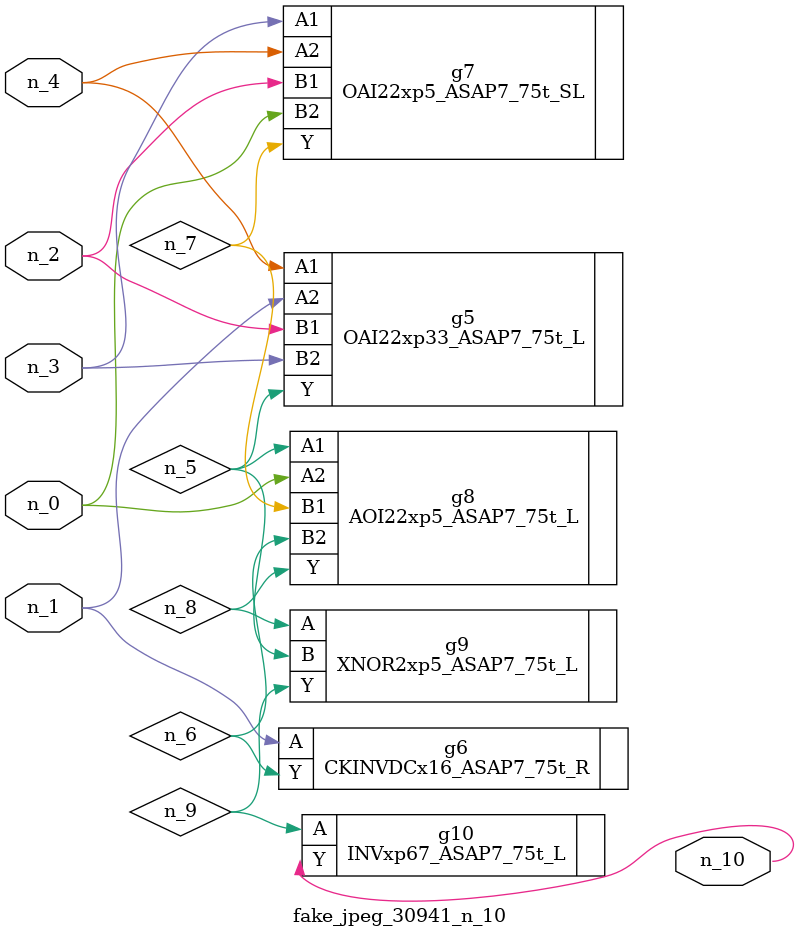
<source format=v>
module fake_jpeg_30941_n_10 (n_3, n_2, n_1, n_0, n_4, n_10);

input n_3;
input n_2;
input n_1;
input n_0;
input n_4;

output n_10;

wire n_8;
wire n_9;
wire n_6;
wire n_5;
wire n_7;

OAI22xp33_ASAP7_75t_L g5 ( 
.A1(n_4),
.A2(n_1),
.B1(n_2),
.B2(n_3),
.Y(n_5)
);

CKINVDCx16_ASAP7_75t_R g6 ( 
.A(n_1),
.Y(n_6)
);

OAI22xp5_ASAP7_75t_SL g7 ( 
.A1(n_3),
.A2(n_4),
.B1(n_2),
.B2(n_0),
.Y(n_7)
);

AOI22xp5_ASAP7_75t_L g8 ( 
.A1(n_5),
.A2(n_0),
.B1(n_7),
.B2(n_6),
.Y(n_8)
);

XNOR2xp5_ASAP7_75t_L g9 ( 
.A(n_8),
.B(n_5),
.Y(n_9)
);

INVxp67_ASAP7_75t_L g10 ( 
.A(n_9),
.Y(n_10)
);


endmodule
</source>
